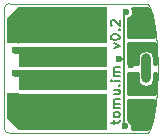
<source format=gtl>
G04 #@! TF.FileFunction,Copper,L1,Top,Signal*
%FSLAX46Y46*%
G04 Gerber Fmt 4.6, Leading zero omitted, Abs format (unit mm)*
G04 Created by KiCad (PCBNEW 4.0.2+e4-6225~38~ubuntu14.04.1-stable) date Wed Aug  3 13:30:16 2016*
%MOMM*%
G01*
G04 APERTURE LIST*
%ADD10C,0.350000*%
%ADD11C,0.187500*%
%ADD12C,0.050000*%
%ADD13R,7.500000X3.125000*%
%ADD14R,7.500000X1.750000*%
%ADD15R,1.000000X1.000000*%
%ADD16C,0.600000*%
%ADD17C,0.600000*%
%ADD18C,0.152400*%
%ADD19C,0.254000*%
%ADD20C,0.300000*%
%ADD21O,0.799999X2.499999*%
G04 APERTURE END LIST*
D10*
D11*
X26269286Y-28209048D02*
X26269286Y-27885238D01*
X26019286Y-28087619D02*
X26662143Y-28087619D01*
X26733571Y-28047143D01*
X26769286Y-27966190D01*
X26769286Y-27885238D01*
X26769286Y-27480476D02*
X26733571Y-27561429D01*
X26697857Y-27601905D01*
X26626429Y-27642381D01*
X26412143Y-27642381D01*
X26340714Y-27601905D01*
X26305000Y-27561429D01*
X26269286Y-27480476D01*
X26269286Y-27359048D01*
X26305000Y-27278096D01*
X26340714Y-27237619D01*
X26412143Y-27197143D01*
X26626429Y-27197143D01*
X26697857Y-27237619D01*
X26733571Y-27278096D01*
X26769286Y-27359048D01*
X26769286Y-27480476D01*
X26769286Y-26832857D02*
X26269286Y-26832857D01*
X26340714Y-26832857D02*
X26305000Y-26792381D01*
X26269286Y-26711428D01*
X26269286Y-26590000D01*
X26305000Y-26509048D01*
X26376429Y-26468571D01*
X26769286Y-26468571D01*
X26376429Y-26468571D02*
X26305000Y-26428095D01*
X26269286Y-26347143D01*
X26269286Y-26225714D01*
X26305000Y-26144762D01*
X26376429Y-26104286D01*
X26769286Y-26104286D01*
X26269286Y-25335238D02*
X26769286Y-25335238D01*
X26269286Y-25699524D02*
X26662143Y-25699524D01*
X26733571Y-25659048D01*
X26769286Y-25578095D01*
X26769286Y-25456667D01*
X26733571Y-25375715D01*
X26697857Y-25335238D01*
X26697857Y-24930476D02*
X26733571Y-24890000D01*
X26769286Y-24930476D01*
X26733571Y-24970952D01*
X26697857Y-24930476D01*
X26769286Y-24930476D01*
X26769286Y-24525714D02*
X26269286Y-24525714D01*
X26019286Y-24525714D02*
X26055000Y-24566190D01*
X26090714Y-24525714D01*
X26055000Y-24485238D01*
X26019286Y-24525714D01*
X26090714Y-24525714D01*
X26769286Y-24120952D02*
X26269286Y-24120952D01*
X26340714Y-24120952D02*
X26305000Y-24080476D01*
X26269286Y-23999523D01*
X26269286Y-23878095D01*
X26305000Y-23797143D01*
X26376429Y-23756666D01*
X26769286Y-23756666D01*
X26376429Y-23756666D02*
X26305000Y-23716190D01*
X26269286Y-23635238D01*
X26269286Y-23513809D01*
X26305000Y-23432857D01*
X26376429Y-23392381D01*
X26769286Y-23392381D01*
X26269286Y-21773333D02*
X26769286Y-21570952D01*
X26269286Y-21368572D01*
X26019286Y-20882857D02*
X26019286Y-20801905D01*
X26055000Y-20720953D01*
X26090714Y-20680476D01*
X26162143Y-20640000D01*
X26305000Y-20599524D01*
X26483571Y-20599524D01*
X26626429Y-20640000D01*
X26697857Y-20680476D01*
X26733571Y-20720953D01*
X26769286Y-20801905D01*
X26769286Y-20882857D01*
X26733571Y-20963810D01*
X26697857Y-21004286D01*
X26626429Y-21044762D01*
X26483571Y-21085238D01*
X26305000Y-21085238D01*
X26162143Y-21044762D01*
X26090714Y-21004286D01*
X26055000Y-20963810D01*
X26019286Y-20882857D01*
X26697857Y-20235238D02*
X26733571Y-20194762D01*
X26769286Y-20235238D01*
X26733571Y-20275714D01*
X26697857Y-20235238D01*
X26769286Y-20235238D01*
X26090714Y-19870952D02*
X26055000Y-19830476D01*
X26019286Y-19749524D01*
X26019286Y-19547143D01*
X26055000Y-19466190D01*
X26090714Y-19425714D01*
X26162143Y-19385238D01*
X26233571Y-19385238D01*
X26340714Y-19425714D01*
X26769286Y-19911428D01*
X26769286Y-19385238D01*
D12*
X17450000Y-18000000D02*
G75*
G03X17000000Y-18470000I10000J-460000D01*
G01*
X17000000Y-28550000D02*
G75*
G03X17470000Y-29000000I460000J10000D01*
G01*
X17000000Y-18480000D02*
X17000000Y-28530000D01*
X29000000Y-18000000D02*
X17460000Y-18000000D01*
X17460000Y-29000000D02*
X29000000Y-29000000D01*
X30000000Y-23500000D02*
X30000000Y-23370000D01*
X30000000Y-23370000D02*
X30000000Y-23230000D01*
X30000000Y-23230000D02*
X30000000Y-23100000D01*
X30000000Y-23100000D02*
X30000000Y-22960000D01*
X30000000Y-22960000D02*
X29990000Y-22830000D01*
X29990000Y-22830000D02*
X29990000Y-22690000D01*
X29990000Y-22690000D02*
X29990000Y-22560000D01*
X29990000Y-22560000D02*
X29980000Y-22430000D01*
X29980000Y-22430000D02*
X29980000Y-22290000D01*
X29980000Y-22290000D02*
X29970000Y-22160000D01*
X29970000Y-22160000D02*
X29960000Y-22030000D01*
X29960000Y-22030000D02*
X29960000Y-21900000D01*
X29960000Y-21900000D02*
X29950000Y-21770000D01*
X29950000Y-21770000D02*
X29940000Y-21650000D01*
X29940000Y-21650000D02*
X29930000Y-21520000D01*
X29930000Y-21520000D02*
X29920000Y-21400000D01*
X29920000Y-21400000D02*
X29910000Y-21270000D01*
X29910000Y-21270000D02*
X29900000Y-21150000D01*
X29900000Y-21150000D02*
X29890000Y-21030000D01*
X29890000Y-21030000D02*
X29880000Y-20910000D01*
X29880000Y-20910000D02*
X29870000Y-20790000D01*
X29870000Y-20790000D02*
X29860000Y-20670000D01*
X29860000Y-20670000D02*
X29840000Y-20560000D01*
X29840000Y-20560000D02*
X29830000Y-20440000D01*
X29830000Y-20440000D02*
X29820000Y-20330000D01*
X29820000Y-20330000D02*
X29800000Y-20220000D01*
X29800000Y-20220000D02*
X29790000Y-20120000D01*
X29790000Y-20120000D02*
X29770000Y-20010000D01*
X29770000Y-20010000D02*
X29760000Y-19910000D01*
X29760000Y-19910000D02*
X29740000Y-19810000D01*
X29740000Y-19810000D02*
X29720000Y-19710000D01*
X29720000Y-19710000D02*
X29710000Y-19610000D01*
X29710000Y-19610000D02*
X29690000Y-19520000D01*
X29690000Y-19520000D02*
X29670000Y-19420000D01*
X29670000Y-19420000D02*
X29650000Y-19340000D01*
X29650000Y-19340000D02*
X29630000Y-19250000D01*
X29630000Y-19250000D02*
X29620000Y-19160000D01*
X29620000Y-19160000D02*
X29600000Y-19080000D01*
X29600000Y-19080000D02*
X29580000Y-19000000D01*
X29580000Y-19000000D02*
X29560000Y-18930000D01*
X29560000Y-18930000D02*
X29530000Y-18850000D01*
X29530000Y-18850000D02*
X29510000Y-18780000D01*
X29510000Y-18780000D02*
X29490000Y-18710000D01*
X29490000Y-18710000D02*
X29470000Y-18650000D01*
X29470000Y-18650000D02*
X29450000Y-18590000D01*
X29450000Y-18590000D02*
X29430000Y-18530000D01*
X29430000Y-18530000D02*
X29410000Y-18470000D01*
X29410000Y-18470000D02*
X29380000Y-18420000D01*
X29380000Y-18420000D02*
X29360000Y-18370000D01*
X29360000Y-18370000D02*
X29340000Y-18320000D01*
X29340000Y-18320000D02*
X29310000Y-18280000D01*
X29310000Y-18280000D02*
X29290000Y-18240000D01*
X29290000Y-18240000D02*
X29270000Y-18200000D01*
X29270000Y-18200000D02*
X29240000Y-18160000D01*
X29240000Y-18160000D02*
X29220000Y-18130000D01*
X29220000Y-18130000D02*
X29200000Y-18110000D01*
X29200000Y-18110000D02*
X29170000Y-18080000D01*
X29170000Y-18080000D02*
X29150000Y-18060000D01*
X29150000Y-18060000D02*
X29120000Y-18040000D01*
X29120000Y-18040000D02*
X29100000Y-18030000D01*
X29100000Y-18030000D02*
X29070000Y-18010000D01*
X29070000Y-18010000D02*
X29050000Y-18010000D01*
X29050000Y-18010000D02*
X29020000Y-18000000D01*
X29020000Y-18000000D02*
X29000000Y-18000000D01*
X29000000Y-29000000D02*
X29020000Y-29000000D01*
X29020000Y-29000000D02*
X29050000Y-28990000D01*
X29050000Y-28990000D02*
X29070000Y-28990000D01*
X29070000Y-28990000D02*
X29100000Y-28970000D01*
X29100000Y-28970000D02*
X29120000Y-28960000D01*
X29120000Y-28960000D02*
X29150000Y-28940000D01*
X29150000Y-28940000D02*
X29170000Y-28920000D01*
X29170000Y-28920000D02*
X29200000Y-28890000D01*
X29200000Y-28890000D02*
X29220000Y-28870000D01*
X29220000Y-28870000D02*
X29240000Y-28840000D01*
X29240000Y-28840000D02*
X29270000Y-28800000D01*
X29270000Y-28800000D02*
X29290000Y-28760000D01*
X29290000Y-28760000D02*
X29310000Y-28720000D01*
X29310000Y-28720000D02*
X29340000Y-28680000D01*
X29340000Y-28680000D02*
X29360000Y-28630000D01*
X29360000Y-28630000D02*
X29380000Y-28580000D01*
X29380000Y-28580000D02*
X29410000Y-28530000D01*
X29410000Y-28530000D02*
X29430000Y-28470000D01*
X29430000Y-28470000D02*
X29450000Y-28410000D01*
X29450000Y-28410000D02*
X29470000Y-28350000D01*
X29470000Y-28350000D02*
X29490000Y-28290000D01*
X29490000Y-28290000D02*
X29510000Y-28220000D01*
X29510000Y-28220000D02*
X29530000Y-28150000D01*
X29530000Y-28150000D02*
X29560000Y-28070000D01*
X29560000Y-28070000D02*
X29580000Y-28000000D01*
X29580000Y-28000000D02*
X29600000Y-27920000D01*
X29600000Y-27920000D02*
X29620000Y-27840000D01*
X29620000Y-27840000D02*
X29630000Y-27750000D01*
X29630000Y-27750000D02*
X29650000Y-27660000D01*
X29650000Y-27660000D02*
X29670000Y-27580000D01*
X29670000Y-27580000D02*
X29690000Y-27480000D01*
X29690000Y-27480000D02*
X29710000Y-27390000D01*
X29710000Y-27390000D02*
X29720000Y-27290000D01*
X29720000Y-27290000D02*
X29740000Y-27190000D01*
X29740000Y-27190000D02*
X29760000Y-27090000D01*
X29760000Y-27090000D02*
X29770000Y-26990000D01*
X29770000Y-26990000D02*
X29790000Y-26880000D01*
X29790000Y-26880000D02*
X29800000Y-26780000D01*
X29800000Y-26780000D02*
X29820000Y-26670000D01*
X29820000Y-26670000D02*
X29830000Y-26560000D01*
X29830000Y-26560000D02*
X29840000Y-26440000D01*
X29840000Y-26440000D02*
X29860000Y-26330000D01*
X29860000Y-26330000D02*
X29870000Y-26210000D01*
X29870000Y-26210000D02*
X29880000Y-26090000D01*
X29880000Y-26090000D02*
X29890000Y-25970000D01*
X29890000Y-25970000D02*
X29900000Y-25850000D01*
X29900000Y-25850000D02*
X29910000Y-25730000D01*
X29910000Y-25730000D02*
X29920000Y-25600000D01*
X29920000Y-25600000D02*
X29930000Y-25480000D01*
X29930000Y-25480000D02*
X29940000Y-25350000D01*
X29940000Y-25350000D02*
X29950000Y-25230000D01*
X29950000Y-25230000D02*
X29960000Y-25100000D01*
X29960000Y-25100000D02*
X29960000Y-24970000D01*
X29960000Y-24970000D02*
X29970000Y-24840000D01*
X29970000Y-24840000D02*
X29980000Y-24710000D01*
X29980000Y-24710000D02*
X29980000Y-24570000D01*
X29980000Y-24570000D02*
X29990000Y-24440000D01*
X29990000Y-24440000D02*
X29990000Y-24310000D01*
X29990000Y-24310000D02*
X29990000Y-24170000D01*
X29990000Y-24170000D02*
X30000000Y-24040000D01*
X30000000Y-24040000D02*
X30000000Y-23900000D01*
X30000000Y-23900000D02*
X30000000Y-23770000D01*
X30000000Y-23770000D02*
X30000000Y-23630000D01*
X30000000Y-23630000D02*
X30000000Y-23500000D01*
D13*
X22000000Y-27187500D03*
X22000000Y-19812500D03*
D14*
X22000000Y-24500000D03*
X22000000Y-22500000D03*
D10*
G36*
X18250000Y-25625000D02*
X18250000Y-28750000D01*
X17250000Y-27750000D01*
X17250000Y-26625000D01*
X18250000Y-25625000D01*
X18250000Y-25625000D01*
G37*
G36*
X18250000Y-18262500D02*
X18250000Y-21387500D01*
X17250000Y-20387500D01*
X17250000Y-19262500D01*
X18250000Y-18262500D01*
X18250000Y-18262500D01*
G37*
D15*
X17750000Y-26125000D03*
X17750000Y-20875000D03*
D16*
X24490000Y-18770000D03*
X17750010Y-21000000D03*
X27260000Y-28410000D03*
X27300000Y-18710000D03*
X26740000Y-22690000D03*
X17750000Y-26000000D03*
X17900000Y-21925000D03*
X17900000Y-23925000D03*
X27730000Y-23220000D03*
X28500000Y-21790000D03*
X28300000Y-26500000D03*
X28300000Y-20450000D03*
X28500000Y-25230000D03*
D17*
X22000000Y-19812500D02*
X23447500Y-19812500D01*
X23447500Y-19812500D02*
X24490000Y-18770000D01*
X17750000Y-19825000D02*
X21987500Y-19825000D01*
X21987500Y-19825000D02*
X22000000Y-19812500D01*
X17750010Y-21000000D02*
X17750010Y-19825010D01*
X17750010Y-19825010D02*
X17750000Y-19825000D01*
D18*
X17762500Y-19812500D02*
X17750000Y-19825000D01*
X27160000Y-22670000D02*
X27160000Y-18850000D01*
X27160000Y-18850000D02*
X27300000Y-18710000D01*
X27160000Y-28310000D02*
X27160000Y-22670000D01*
X27140000Y-22690000D02*
X27160000Y-22670000D01*
X26740000Y-22690000D02*
X27140000Y-22690000D01*
X27260000Y-28410000D02*
X27160000Y-28310000D01*
D17*
X17750000Y-27187500D02*
X17750000Y-26000000D01*
X17750000Y-26000000D02*
X18937500Y-27187500D01*
X18937500Y-27187500D02*
X22000000Y-27187500D01*
X17900000Y-21925000D02*
X21425000Y-21925000D01*
X21425000Y-21925000D02*
X22000000Y-22500000D01*
X17900000Y-23925000D02*
X21425000Y-23925000D01*
X21425000Y-23925000D02*
X22000000Y-24500000D01*
X18324264Y-23925000D02*
X17900000Y-23925000D01*
X19105380Y-24000000D02*
X19030380Y-23925000D01*
X19030380Y-23925000D02*
X18324264Y-23925000D01*
D18*
X27730000Y-23220000D02*
X27730000Y-22345000D01*
X27730000Y-22345000D02*
X28285000Y-21790000D01*
X28285000Y-21790000D02*
X28500000Y-21790000D01*
D19*
G36*
X29206339Y-18395118D02*
X29218872Y-18426451D01*
X29238872Y-18476452D01*
X29245538Y-18486697D01*
X29249661Y-18498203D01*
X29271076Y-18533896D01*
X29285800Y-18578067D01*
X29344754Y-18754929D01*
X29383848Y-18891758D01*
X29386677Y-18897264D01*
X29387678Y-18903371D01*
X29415528Y-18977637D01*
X29433154Y-19039329D01*
X29452538Y-19116865D01*
X29470059Y-19186951D01*
X29478930Y-19266786D01*
X29481435Y-19274687D01*
X29481620Y-19282973D01*
X29501619Y-19372973D01*
X29502439Y-19374834D01*
X29502538Y-19376865D01*
X29521663Y-19453365D01*
X29540952Y-19549809D01*
X29541583Y-19551329D01*
X29541620Y-19552973D01*
X29559655Y-19634134D01*
X29568754Y-19725125D01*
X29570944Y-19732306D01*
X29570952Y-19739810D01*
X29590952Y-19839809D01*
X29590952Y-19839810D01*
X29609493Y-19932513D01*
X29618754Y-20025125D01*
X29620554Y-20031026D01*
X29620452Y-20037191D01*
X29639360Y-20141183D01*
X29648754Y-20235125D01*
X29650554Y-20241026D01*
X29650452Y-20247191D01*
X29669238Y-20350511D01*
X29678575Y-20453223D01*
X29688525Y-20572623D01*
X29690574Y-20579764D01*
X29690452Y-20587191D01*
X29709136Y-20689950D01*
X29718525Y-20802623D01*
X29724390Y-20873000D01*
X27515600Y-20873000D01*
X27515600Y-19247827D01*
X27627775Y-19201478D01*
X27790905Y-19038632D01*
X27879299Y-18825755D01*
X27879500Y-18595256D01*
X27791478Y-18382225D01*
X27786262Y-18377000D01*
X29192750Y-18377000D01*
X29206339Y-18395118D01*
X29206339Y-18395118D01*
G37*
X29206339Y-18395118D02*
X29218872Y-18426451D01*
X29238872Y-18476452D01*
X29245538Y-18486697D01*
X29249661Y-18498203D01*
X29271076Y-18533896D01*
X29285800Y-18578067D01*
X29344754Y-18754929D01*
X29383848Y-18891758D01*
X29386677Y-18897264D01*
X29387678Y-18903371D01*
X29415528Y-18977637D01*
X29433154Y-19039329D01*
X29452538Y-19116865D01*
X29470059Y-19186951D01*
X29478930Y-19266786D01*
X29481435Y-19274687D01*
X29481620Y-19282973D01*
X29501619Y-19372973D01*
X29502439Y-19374834D01*
X29502538Y-19376865D01*
X29521663Y-19453365D01*
X29540952Y-19549809D01*
X29541583Y-19551329D01*
X29541620Y-19552973D01*
X29559655Y-19634134D01*
X29568754Y-19725125D01*
X29570944Y-19732306D01*
X29570952Y-19739810D01*
X29590952Y-19839809D01*
X29590952Y-19839810D01*
X29609493Y-19932513D01*
X29618754Y-20025125D01*
X29620554Y-20031026D01*
X29620452Y-20037191D01*
X29639360Y-20141183D01*
X29648754Y-20235125D01*
X29650554Y-20241026D01*
X29650452Y-20247191D01*
X29669238Y-20350511D01*
X29678575Y-20453223D01*
X29688525Y-20572623D01*
X29690574Y-20579764D01*
X29690452Y-20587191D01*
X29709136Y-20689950D01*
X29718525Y-20802623D01*
X29724390Y-20873000D01*
X27515600Y-20873000D01*
X27515600Y-19247827D01*
X27627775Y-19201478D01*
X27790905Y-19038632D01*
X27879299Y-18825755D01*
X27879500Y-18595256D01*
X27791478Y-18382225D01*
X27786262Y-18377000D01*
X29192750Y-18377000D01*
X29206339Y-18395118D01*
G36*
X29768448Y-21411658D02*
X29768581Y-21412132D01*
X29768525Y-21412623D01*
X29778489Y-21532191D01*
X29788448Y-21661658D01*
X29788581Y-21662132D01*
X29788525Y-21662623D01*
X29798489Y-21782191D01*
X29808000Y-21905834D01*
X29808000Y-22030000D01*
X29809152Y-22035794D01*
X29808448Y-22041658D01*
X29828000Y-22295834D01*
X29828000Y-22430000D01*
X29829152Y-22435794D01*
X29828448Y-22441658D01*
X29838000Y-22565834D01*
X29838000Y-22830000D01*
X29839152Y-22835794D01*
X29838448Y-22841658D01*
X29848000Y-22965834D01*
X29848000Y-23123000D01*
X29679400Y-23123000D01*
X29679400Y-22620037D01*
X29627684Y-22360042D01*
X29480408Y-22139629D01*
X29259995Y-21992353D01*
X29000000Y-21940637D01*
X28740005Y-21992353D01*
X28519592Y-22139629D01*
X28372316Y-22360042D01*
X28320600Y-22620037D01*
X28320600Y-23123000D01*
X27515600Y-23123000D01*
X27515600Y-21377000D01*
X29765782Y-21377000D01*
X29768448Y-21411658D01*
X29768448Y-21411658D01*
G37*
X29768448Y-21411658D02*
X29768581Y-21412132D01*
X29768525Y-21412623D01*
X29778489Y-21532191D01*
X29788448Y-21661658D01*
X29788581Y-21662132D01*
X29788525Y-21662623D01*
X29798489Y-21782191D01*
X29808000Y-21905834D01*
X29808000Y-22030000D01*
X29809152Y-22035794D01*
X29808448Y-22041658D01*
X29828000Y-22295834D01*
X29828000Y-22430000D01*
X29829152Y-22435794D01*
X29828448Y-22441658D01*
X29838000Y-22565834D01*
X29838000Y-22830000D01*
X29839152Y-22835794D01*
X29838448Y-22841658D01*
X29848000Y-22965834D01*
X29848000Y-23123000D01*
X29679400Y-23123000D01*
X29679400Y-22620037D01*
X29627684Y-22360042D01*
X29480408Y-22139629D01*
X29259995Y-21992353D01*
X29000000Y-21940637D01*
X28740005Y-21992353D01*
X28519592Y-22139629D01*
X28372316Y-22360042D01*
X28320600Y-22620037D01*
X28320600Y-23123000D01*
X27515600Y-23123000D01*
X27515600Y-21377000D01*
X29765782Y-21377000D01*
X29768448Y-21411658D01*
G36*
X29718525Y-26197377D02*
X29709136Y-26310050D01*
X29690452Y-26412809D01*
X29690574Y-26420236D01*
X29688525Y-26427377D01*
X29678575Y-26546777D01*
X29669238Y-26649489D01*
X29650452Y-26752809D01*
X29650554Y-26758974D01*
X29648754Y-26764875D01*
X29639360Y-26858817D01*
X29620452Y-26962809D01*
X29620554Y-26968974D01*
X29618754Y-26974875D01*
X29609493Y-27067487D01*
X29590952Y-27160190D01*
X29590952Y-27160191D01*
X29570952Y-27260190D01*
X29570944Y-27267694D01*
X29568754Y-27274875D01*
X29559655Y-27365866D01*
X29541620Y-27447027D01*
X29541583Y-27448671D01*
X29540952Y-27450191D01*
X29521663Y-27546635D01*
X29502538Y-27623135D01*
X29502439Y-27625166D01*
X29501619Y-27627027D01*
X29481620Y-27717027D01*
X29481435Y-27725313D01*
X29478930Y-27733214D01*
X29470059Y-27813049D01*
X29452538Y-27883135D01*
X29433154Y-27960671D01*
X29415528Y-28022363D01*
X29387678Y-28096629D01*
X29386677Y-28102736D01*
X29383848Y-28108242D01*
X29344754Y-28245071D01*
X29285800Y-28421933D01*
X29271076Y-28466104D01*
X29249661Y-28501797D01*
X29245538Y-28513303D01*
X29238872Y-28523548D01*
X29218873Y-28573546D01*
X29218872Y-28573548D01*
X29206339Y-28604882D01*
X29192750Y-28623000D01*
X27798919Y-28623000D01*
X27839299Y-28525755D01*
X27839500Y-28295256D01*
X27751478Y-28082225D01*
X27588632Y-27919095D01*
X27515600Y-27888770D01*
X27515600Y-26127000D01*
X29724390Y-26127000D01*
X29718525Y-26197377D01*
X29718525Y-26197377D01*
G37*
X29718525Y-26197377D02*
X29709136Y-26310050D01*
X29690452Y-26412809D01*
X29690574Y-26420236D01*
X29688525Y-26427377D01*
X29678575Y-26546777D01*
X29669238Y-26649489D01*
X29650452Y-26752809D01*
X29650554Y-26758974D01*
X29648754Y-26764875D01*
X29639360Y-26858817D01*
X29620452Y-26962809D01*
X29620554Y-26968974D01*
X29618754Y-26974875D01*
X29609493Y-27067487D01*
X29590952Y-27160190D01*
X29590952Y-27160191D01*
X29570952Y-27260190D01*
X29570944Y-27267694D01*
X29568754Y-27274875D01*
X29559655Y-27365866D01*
X29541620Y-27447027D01*
X29541583Y-27448671D01*
X29540952Y-27450191D01*
X29521663Y-27546635D01*
X29502538Y-27623135D01*
X29502439Y-27625166D01*
X29501619Y-27627027D01*
X29481620Y-27717027D01*
X29481435Y-27725313D01*
X29478930Y-27733214D01*
X29470059Y-27813049D01*
X29452538Y-27883135D01*
X29433154Y-27960671D01*
X29415528Y-28022363D01*
X29387678Y-28096629D01*
X29386677Y-28102736D01*
X29383848Y-28108242D01*
X29344754Y-28245071D01*
X29285800Y-28421933D01*
X29271076Y-28466104D01*
X29249661Y-28501797D01*
X29245538Y-28513303D01*
X29238872Y-28523548D01*
X29218873Y-28573546D01*
X29218872Y-28573548D01*
X29206339Y-28604882D01*
X29192750Y-28623000D01*
X27798919Y-28623000D01*
X27839299Y-28525755D01*
X27839500Y-28295256D01*
X27751478Y-28082225D01*
X27588632Y-27919095D01*
X27515600Y-27888770D01*
X27515600Y-26127000D01*
X29724390Y-26127000D01*
X29718525Y-26197377D01*
G36*
X28320600Y-24379963D02*
X28372316Y-24639958D01*
X28519592Y-24860371D01*
X28740005Y-25007647D01*
X29000000Y-25059363D01*
X29259995Y-25007647D01*
X29480408Y-24860371D01*
X29627684Y-24639958D01*
X29679400Y-24379963D01*
X29679400Y-23877000D01*
X29848000Y-23877000D01*
X29848000Y-24034166D01*
X29838448Y-24158342D01*
X29839152Y-24164206D01*
X29838000Y-24170000D01*
X29838000Y-24434166D01*
X29828448Y-24558342D01*
X29829152Y-24564206D01*
X29828000Y-24570000D01*
X29828000Y-24704166D01*
X29808448Y-24958342D01*
X29809152Y-24964206D01*
X29808000Y-24970000D01*
X29808000Y-25094166D01*
X29798489Y-25217809D01*
X29788525Y-25337377D01*
X29788581Y-25337868D01*
X29788448Y-25338342D01*
X29778489Y-25467809D01*
X29768525Y-25587377D01*
X29768581Y-25587868D01*
X29768448Y-25588342D01*
X29765782Y-25623000D01*
X27515600Y-25623000D01*
X27515600Y-23877000D01*
X28320600Y-23877000D01*
X28320600Y-24379963D01*
X28320600Y-24379963D01*
G37*
X28320600Y-24379963D02*
X28372316Y-24639958D01*
X28519592Y-24860371D01*
X28740005Y-25007647D01*
X29000000Y-25059363D01*
X29259995Y-25007647D01*
X29480408Y-24860371D01*
X29627684Y-24639958D01*
X29679400Y-24379963D01*
X29679400Y-23877000D01*
X29848000Y-23877000D01*
X29848000Y-24034166D01*
X29838448Y-24158342D01*
X29839152Y-24164206D01*
X29838000Y-24170000D01*
X29838000Y-24434166D01*
X29828448Y-24558342D01*
X29829152Y-24564206D01*
X29828000Y-24570000D01*
X29828000Y-24704166D01*
X29808448Y-24958342D01*
X29809152Y-24964206D01*
X29808000Y-24970000D01*
X29808000Y-25094166D01*
X29798489Y-25217809D01*
X29788525Y-25337377D01*
X29788581Y-25337868D01*
X29788448Y-25338342D01*
X29778489Y-25467809D01*
X29768525Y-25587377D01*
X29768581Y-25587868D01*
X29768448Y-25588342D01*
X29765782Y-25623000D01*
X27515600Y-25623000D01*
X27515600Y-23877000D01*
X28320600Y-23877000D01*
X28320600Y-24379963D01*
D20*
X24490000Y-18770000D03*
X17750010Y-21000000D03*
X27260000Y-28410000D03*
X27300000Y-18710000D03*
X26740000Y-22690000D03*
X17750000Y-26000000D03*
X17900000Y-21925000D03*
X17900000Y-23925000D03*
X27730000Y-23220000D03*
X28500000Y-21790000D03*
X28300000Y-26500000D03*
X28300000Y-20450000D03*
X28500000Y-25230000D03*
D21*
X29000000Y-23500000D03*
M02*

</source>
